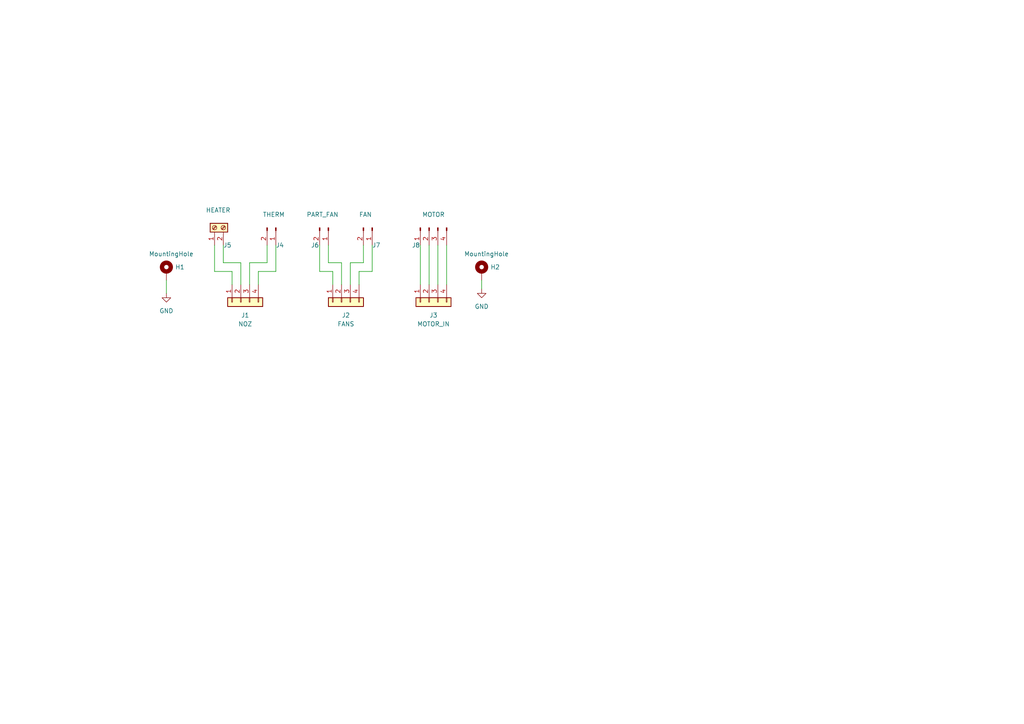
<source format=kicad_sch>
(kicad_sch (version 20211123) (generator eeschema)
  (paper "A4")
  (lib_symbols
    (symbol "Connector:Conn_01x02_Male" (pin_names (offset 1.016) hide)
      (property "Reference" "J" (at 0 2.54 0))
      (property "Value" "Conn_01x02_Male" (at 0 -5.08 0))
      (symbol "Conn_01x02_Male_1_1"
        (polyline (pts (xy 1.27 -2.54) (xy 0.8636 -2.54)) (stroke (width 0.1524)))
        (polyline (pts (xy 1.27 0) (xy 0.8636 0)) (stroke (width 0.1524)))
        (rectangle (start 0.8636 -2.413) (end 0 -2.667) (stroke (width 0.1524)) (fill (type outline)))
        (rectangle (start 0.8636 0.127) (end 0 -0.127) (stroke (width 0.1524)) (fill (type outline)))
        (pin passive line (at 5.08 0 180) (length 3.81) (name "Pin_1") (number "1"))
        (pin passive line (at 5.08 -2.54 180) (length 3.81) (name "Pin_2") (number "2"))
      )
    )
    (symbol "Connector:Conn_01x04_Male" (pin_names (offset 1.016) hide)
      (property "Reference" "J" (at 0 5.08 0))
      (property "Value" "Conn_01x04_Male" (at 0 -7.62 0))
      (symbol "Conn_01x04_Male_1_1"
        (polyline (pts (xy 1.27 -5.08) (xy 0.8636 -5.08)) (stroke (width 0.1524)))
        (polyline (pts (xy 1.27 -2.54) (xy 0.8636 -2.54)) (stroke (width 0.1524)))
        (polyline (pts (xy 1.27 0) (xy 0.8636 0)) (stroke (width 0.1524)))
        (polyline (pts (xy 1.27 2.54) (xy 0.8636 2.54)) (stroke (width 0.1524)))
        (rectangle (start 0.8636 -4.953) (end 0 -5.207) (stroke (width 0.1524)) (fill (type outline)))
        (rectangle (start 0.8636 -2.413) (end 0 -2.667) (stroke (width 0.1524)) (fill (type outline)))
        (rectangle (start 0.8636 0.127) (end 0 -0.127) (stroke (width 0.1524)) (fill (type outline)))
        (rectangle (start 0.8636 2.667) (end 0 2.413) (stroke (width 0.1524)) (fill (type outline)))
        (pin passive line (at 5.08 2.54 180) (length 3.81) (name "Pin_1") (number "1"))
        (pin passive line (at 5.08 0 180) (length 3.81) (name "Pin_2") (number "2"))
        (pin passive line (at 5.08 -2.54 180) (length 3.81) (name "Pin_3") (number "3"))
        (pin passive line (at 5.08 -5.08 180) (length 3.81) (name "Pin_4") (number "4"))
      )
    )
    (symbol "Connector:Screw_Terminal_01x02" (pin_names (offset 1.016) hide)
      (property "Reference" "J" (at 0 2.54 0))
      (property "Value" "Screw_Terminal_01x02" (at 0 -5.08 0))
      (symbol "Screw_Terminal_01x02_1_1"
        (rectangle (start -1.27 1.27) (end 1.27 -3.81) (stroke (width 0.254)) (fill (type background)))
        (circle (center 0 -2.54) (radius 0.635) (stroke (width 0.1524)))
        (polyline (pts (xy -0.5334 -2.2098) (xy 0.3302 -3.048)) (stroke (width 0.1524)))
        (polyline (pts (xy -0.5334 0.3302) (xy 0.3302 -0.508)) (stroke (width 0.1524)))
        (polyline (pts (xy -0.3556 -2.032) (xy 0.508 -2.8702)) (stroke (width 0.1524)))
        (polyline (pts (xy -0.3556 0.508) (xy 0.508 -0.3302)) (stroke (width 0.1524)))
        (circle (center 0 0) (radius 0.635) (stroke (width 0.1524)))
        (pin passive line (at -5.08 0 0) (length 3.81) (name "Pin_1") (number "1"))
        (pin passive line (at -5.08 -2.54 0) (length 3.81) (name "Pin_2") (number "2"))
      )
    )
    (symbol "Connector_Generic:Conn_01x04" (pin_names (offset 1.016) hide)
      (property "Reference" "J" (at 0 5.08 0))
      (property "Value" "Conn_01x04" (at 0 -7.62 0))
      (symbol "Conn_01x04_1_1"
        (rectangle (start -1.27 -4.953) (end 0 -5.207) (stroke (width 0.1524)))
        (rectangle (start -1.27 -2.413) (end 0 -2.667) (stroke (width 0.1524)))
        (rectangle (start -1.27 0.127) (end 0 -0.127) (stroke (width 0.1524)))
        (rectangle (start -1.27 2.667) (end 0 2.413) (stroke (width 0.1524)))
        (rectangle (start -1.27 3.81) (end 1.27 -6.35) (stroke (width 0.254)) (fill (type background)))
        (pin passive line (at -5.08 2.54 0) (length 3.81) (name "Pin_1") (number "1"))
        (pin passive line (at -5.08 0 0) (length 3.81) (name "Pin_2") (number "2"))
        (pin passive line (at -5.08 -2.54 0) (length 3.81) (name "Pin_3") (number "3"))
        (pin passive line (at -5.08 -5.08 0) (length 3.81) (name "Pin_4") (number "4"))
      )
    )
    (symbol "Mechanical:MountingHole_Pad" (pin_numbers hide) (pin_names (offset 1.016) hide)
      (property "Reference" "H" (at 0 6.35 0))
      (property "Value" "MountingHole_Pad" (at 0 4.445 0))
      (symbol "MountingHole_Pad_0_1"
        (circle (center 0 1.27) (radius 1.27) (stroke (width 1.27)))
      )
      (symbol "MountingHole_Pad_1_1"
        (pin input line (at 0 -2.54 90) (length 2.54) (name "1") (number "1"))
      )
    )
    (symbol "power:GND" (power) (pin_names (offset 0))
      (property "Value" "GND" (at 0 -3.81 0))
      (symbol "GND_0_1"
        (polyline (pts (xy 0 0) (xy 0 -1.27) (xy 1.27 -1.27) (xy 0 -2.54) (xy -1.27 -1.27) (xy 0 -1.27)))
      )
      (symbol "GND_1_1"
        (pin power_in line (at 0 0 270) (length 0) hide (name "GND") (number "1"))
      )
    )
  )
  (wire (pts (xy 139.7 83.82) (xy 139.7 81.28)))
  (wire (pts (xy 67.31 78.74) (xy 67.31 82.55)))
  (wire (pts (xy 105.41 76.2) (xy 101.6 76.2)))
  (wire (pts (xy 95.25 71.12) (xy 95.25 76.2)))
  (wire (pts (xy 101.6 76.2) (xy 101.6 82.55)))
  (wire (pts (xy 64.77 76.2) (xy 69.85 76.2)))
  (wire (pts (xy 129.54 71.12) (xy 129.54 82.55)))
  (wire (pts (xy 105.41 71.12) (xy 105.41 76.2)))
  (wire (pts (xy 77.47 76.2) (xy 77.47 71.12)))
  (wire (pts (xy 92.71 78.74) (xy 92.71 71.12)))
  (wire (pts (xy 121.92 82.55) (xy 121.92 71.12)))
  (wire (pts (xy 107.95 78.74) (xy 107.95 71.12)))
  (wire (pts (xy 96.52 78.74) (xy 92.71 78.74)))
  (wire (pts (xy 127 82.55) (xy 127 71.12)))
  (wire (pts (xy 74.93 78.74) (xy 74.93 82.55)))
  (wire (pts (xy 62.23 71.12) (xy 62.23 78.74)))
  (wire (pts (xy 48.26 85.09) (xy 48.26 81.28)))
  (wire (pts (xy 95.25 76.2) (xy 99.06 76.2)))
  (wire (pts (xy 99.06 76.2) (xy 99.06 82.55)))
  (wire (pts (xy 96.52 82.55) (xy 96.52 78.74)))
  (wire (pts (xy 104.14 78.74) (xy 107.95 78.74)))
  (wire (pts (xy 69.85 76.2) (xy 69.85 82.55)))
  (wire (pts (xy 72.39 82.55) (xy 72.39 76.2)))
  (wire (pts (xy 72.39 76.2) (xy 77.47 76.2)))
  (wire (pts (xy 124.46 71.12) (xy 124.46 82.55)))
  (wire (pts (xy 62.23 78.74) (xy 67.31 78.74)))
  (wire (pts (xy 80.01 71.12) (xy 80.01 78.74)))
  (wire (pts (xy 80.01 78.74) (xy 74.93 78.74)))
  (wire (pts (xy 104.14 82.55) (xy 104.14 78.74)))
  (wire (pts (xy 64.77 71.12) (xy 64.77 76.2)))
  (symbol (lib_id "Connector:Conn_01x02_Male") (at 107.95 66.04 270) (unit 1)
    (property "Reference" "J7" (at 107.95 71.12 90) (effects (justify left)))
    (property "Value" "FAN" (at 104.14 62.23 90) (effects (justify left)))
    (property "Footprint" "Connector_JST:JST_PH_B2B-PH-K_1x02_P2.00mm_Vertical" (effects hide))
  )
  (symbol (lib_id "Connector:Conn_01x02_Male") (at 80.01 66.04 270) (unit 1)
    (property "Reference" "J4" (at 80.01 71.12 90) (effects (justify left)))
    (property "Value" "THERM" (at 76.2 62.23 90) (effects (justify left)))
    (property "Footprint" "Connector_JST:JST_PH_B2B-PH-K_1x02_P2.00mm_Vertical" (effects hide))
  )
  (symbol (lib_id "Connector_Generic:Conn_01x04") (at 69.85 87.63 90) (mirror x) (unit 1)
    (property "Reference" "J1" (at 71.12 91.44 90))
    (property "Value" "NOZ" (at 71.12 93.98 90))
    (property "Footprint" "Connector_JST:JST_EH_B4B-EH-A_1x04_P2.50mm_Vertical" (effects hide))
  )
  (symbol (lib_id "power:GND") (at 48.26 85.09 0) (unit 1)
    (property "Reference" "#PWR?" (effects hide))
    (property "Value" "GND" (at 48.26 90.17 0))
  )
  (symbol (lib_id "Connector_Generic:Conn_01x04") (at 124.46 87.63 90) (mirror x) (unit 1)
    (property "Reference" "J3" (at 125.73 91.44 90))
    (property "Value" "MOTOR_IN" (at 125.73 93.98 90))
    (property "Footprint" "Connector_JST:JST_EH_B4B-EH-A_1x04_P2.50mm_Vertical" (effects hide))
  )
  (symbol (lib_id "power:GND") (at 139.7 83.82 0) (unit 1)
    (property "Reference" "#PWR?" (effects hide))
    (property "Value" "GND" (at 139.7 88.9 0))
  )
  (symbol (lib_id "Mechanical:MountingHole_Pad") (at 48.26 78.74 0) (unit 1)
    (property "Reference" "H1" (at 50.8 77.4699 0) (effects (justify left)))
    (property "Value" "MountingHole" (at 43.18 73.66 0) (effects (justify left)))
    (property "Footprint" "MountingHole:MountingHole_3.2mm_M3_Pad" (effects hide))
  )
  (symbol (lib_id "Connector:Conn_01x04_Male") (at 124.46 66.04 90) (mirror x) (unit 1)
    (property "Reference" "J8" (at 120.65 71.12 90))
    (property "Value" "MOTOR" (at 125.73 62.23 90))
    (property "Footprint" "Connector_JST:JST_EH_B4B-EH-A_1x04_P2.50mm_Vertical" (effects hide))
  )
  (symbol (lib_id "Connector:Screw_Terminal_01x02") (at 62.23 66.04 90) (unit 1)
    (property "Reference" "J5" (at 64.77 71.12 90) (effects (justify right)))
    (property "Value" "HEATER" (at 59.69 60.96 90) (effects (justify right)))
    (property "Footprint" "TerminalBlock_Phoenix:TerminalBlock_Phoenix_PT-1,5-2-3.5-H_1x02_P3.50mm_Horizontal" (effects hide))
  )
  (symbol (lib_id "Connector:Conn_01x02_Male") (at 95.25 66.04 270) (unit 1)
    (property "Reference" "J6" (at 90.17 71.12 90) (effects (justify left)))
    (property "Value" "PART_FAN" (at 88.9 62.23 90) (effects (justify left)))
    (property "Footprint" "Connector_JST:JST_PH_B2B-PH-K_1x02_P2.00mm_Vertical" (effects hide))
  )
  (symbol (lib_id "Connector_Generic:Conn_01x04") (at 99.06 87.63 90) (mirror x) (unit 1)
    (property "Reference" "J2" (at 100.33 91.44 90))
    (property "Value" "FANS" (at 100.33 93.98 90))
    (property "Footprint" "Connector_JST:JST_EH_B4B-EH-A_1x04_P2.50mm_Vertical" (effects hide))
  )
  (symbol (lib_id "Mechanical:MountingHole_Pad") (at 139.7 78.74 0) (unit 1)
    (property "Reference" "H2" (at 142.24 77.4699 0) (effects (justify left)))
    (property "Value" "MountingHole" (at 134.62 73.66 0) (effects (justify left)))
    (property "Footprint" "MountingHole:MountingHole_3.2mm_M3_Pad" (effects hide))
  )
)
</source>
